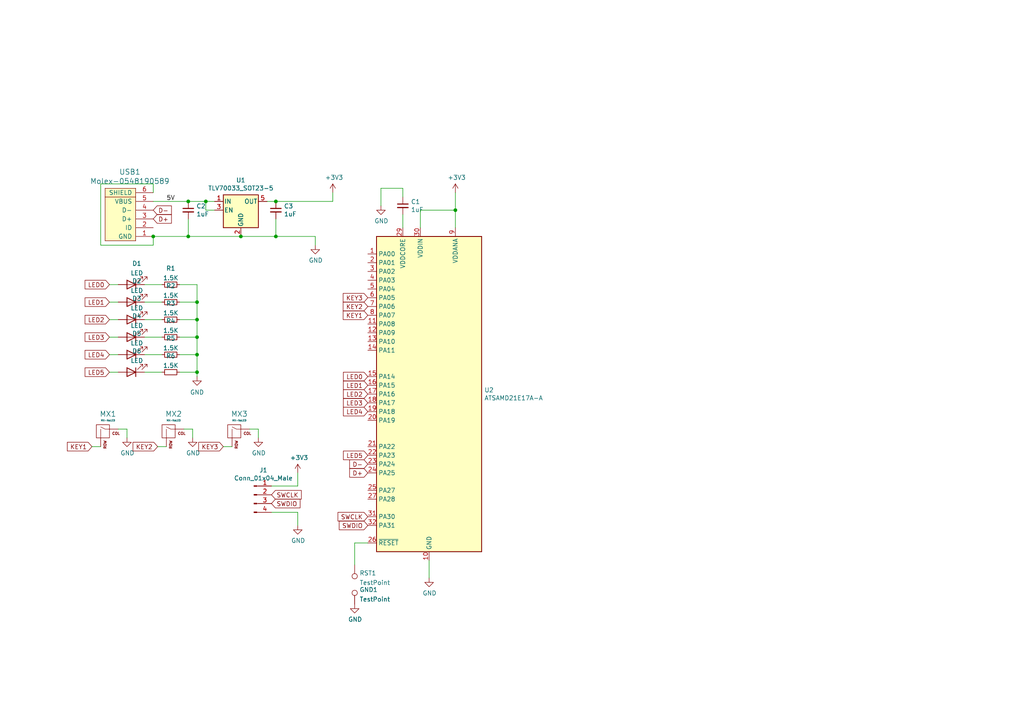
<source format=kicad_sch>
(kicad_sch (version 20210621) (generator eeschema)
  (paper "A4")
  (lib_symbols
    (symbol "Connector:Conn_01x04_Male" (pin_names (offset 1.016) hide)
      (property "Reference" "J" (at 0 5.08 0))
      (property "Value" "Conn_01x04_Male" (at 0 -7.62 0))
      (symbol "Conn_01x04_Male_1_1"
        (polyline (pts (xy 1.27 -5.08) (xy 0.8636 -5.08)) (stroke (width 0.1524)))
        (polyline (pts (xy 1.27 -2.54) (xy 0.8636 -2.54)) (stroke (width 0.1524)))
        (polyline (pts (xy 1.27 0) (xy 0.8636 0)) (stroke (width 0.1524)))
        (polyline (pts (xy 1.27 2.54) (xy 0.8636 2.54)) (stroke (width 0.1524)))
        (rectangle (start 0.8636 -4.953) (end 0 -5.207) (stroke (width 0.1524)) (fill (type outline)))
        (rectangle (start 0.8636 -2.413) (end 0 -2.667) (stroke (width 0.1524)) (fill (type outline)))
        (rectangle (start 0.8636 0.127) (end 0 -0.127) (stroke (width 0.1524)) (fill (type outline)))
        (rectangle (start 0.8636 2.667) (end 0 2.413) (stroke (width 0.1524)) (fill (type outline)))
        (pin passive line (at 5.08 2.54 180) (length 3.81) (name "Pin_1") (number "1"))
        (pin passive line (at 5.08 0 180) (length 3.81) (name "Pin_2") (number "2"))
        (pin passive line (at 5.08 -2.54 180) (length 3.81) (name "Pin_3") (number "3"))
        (pin passive line (at 5.08 -5.08 180) (length 3.81) (name "Pin_4") (number "4"))
      )
    )
    (symbol "Connector:TestPoint" (pin_numbers hide) (pin_names (offset 0.762) hide)
      (property "Reference" "TP" (at 0 6.858 0))
      (property "Value" "TestPoint" (at 0 5.08 0))
      (symbol "TestPoint_0_1"
        (circle (center 0 3.302) (radius 0.762))
      )
      (symbol "TestPoint_1_1"
        (pin passive line (at 0 0 90) (length 2.54) (name "1") (number "1"))
      )
    )
    (symbol "Device:C_Small" (pin_numbers hide) (pin_names (offset 0.254) hide)
      (property "Reference" "C" (at 0.254 1.778 0))
      (property "Value" "C_Small" (at 0.254 -2.032 0))
      (symbol "C_Small_0_1"
        (polyline (pts (xy -1.524 -0.508) (xy 1.524 -0.508)) (stroke (width 0.3302)))
        (polyline (pts (xy -1.524 0.508) (xy 1.524 0.508)) (stroke (width 0.3048)))
      )
      (symbol "C_Small_1_1"
        (pin passive line (at 0 2.54 270) (length 2.032) (name "~") (number "1"))
        (pin passive line (at 0 -2.54 90) (length 2.032) (name "~") (number "2"))
      )
    )
    (symbol "Device:LED" (pin_numbers hide) (pin_names (offset 1.016) hide)
      (property "Reference" "D" (at 0 2.54 0))
      (property "Value" "LED" (at 0 -2.54 0))
      (symbol "LED_0_1"
        (polyline (pts (xy -1.27 -1.27) (xy -1.27 1.27)) (stroke (width 0.254)))
        (polyline (pts (xy -1.27 0) (xy 1.27 0)))
        (polyline (pts (xy 1.27 -1.27) (xy 1.27 1.27) (xy -1.27 0) (xy 1.27 -1.27)) (stroke (width 0.254)))
        (polyline (pts (xy -3.048 -0.762) (xy -4.572 -2.286) (xy -3.81 -2.286) (xy -4.572 -2.286) (xy -4.572 -1.524)))
        (polyline (pts (xy -1.778 -0.762) (xy -3.302 -2.286) (xy -2.54 -2.286) (xy -3.302 -2.286) (xy -3.302 -1.524)))
      )
      (symbol "LED_1_1"
        (pin passive line (at -3.81 0 0) (length 2.54) (name "K") (number "1"))
        (pin passive line (at 3.81 0 180) (length 2.54) (name "A") (number "2"))
      )
    )
    (symbol "Device:R_Small" (pin_numbers hide) (pin_names (offset 0.254) hide)
      (property "Reference" "R" (at 0.762 0.508 0))
      (property "Value" "R_Small" (at 0.762 -1.016 0))
      (symbol "R_Small_0_1"
        (rectangle (start -0.762 1.778) (end 0.762 -1.778) (stroke (width 0.2032)))
      )
      (symbol "R_Small_1_1"
        (pin passive line (at 0 2.54 270) (length 0.762) (name "~") (number "1"))
        (pin passive line (at 0 -2.54 90) (length 0.762) (name "~") (number "2"))
      )
    )
    (symbol "MCU_Microchip_SAMD:ATSAMD21E17A-A"
      (property "Reference" "U" (at -13.97 46.99 0))
      (property "Value" "ATSAMD21E17A-A" (at 16.51 46.99 0))
      (symbol "ATSAMD21E17A-A_1_1"
        (rectangle (start -15.24 45.72) (end 15.24 -45.72) (stroke (width 0.254)) (fill (type background)))
        (pin bidirectional line (at -17.78 40.64 0) (length 2.54) (name "PA00") (number "1"))
        (pin power_in line (at 0 -48.26 90) (length 2.54) (name "GND") (number "10"))
        (pin bidirectional line (at -17.78 20.32 0) (length 2.54) (name "PA08") (number "11"))
        (pin bidirectional line (at -17.78 17.78 0) (length 2.54) (name "PA09") (number "12"))
        (pin bidirectional line (at -17.78 15.24 0) (length 2.54) (name "PA10") (number "13"))
        (pin bidirectional line (at -17.78 12.7 0) (length 2.54) (name "PA11") (number "14"))
        (pin bidirectional line (at -17.78 5.08 0) (length 2.54) (name "PA14") (number "15"))
        (pin bidirectional line (at -17.78 2.54 0) (length 2.54) (name "PA15") (number "16"))
        (pin bidirectional line (at -17.78 0 0) (length 2.54) (name "PA16") (number "17"))
        (pin bidirectional line (at -17.78 -2.54 0) (length 2.54) (name "PA17") (number "18"))
        (pin bidirectional line (at -17.78 -5.08 0) (length 2.54) (name "PA18") (number "19"))
        (pin bidirectional line (at -17.78 38.1 0) (length 2.54) (name "PA01") (number "2"))
        (pin bidirectional line (at -17.78 -7.62 0) (length 2.54) (name "PA19") (number "20"))
        (pin bidirectional line (at -17.78 -15.24 0) (length 2.54) (name "PA22") (number "21"))
        (pin bidirectional line (at -17.78 -17.78 0) (length 2.54) (name "PA23") (number "22"))
        (pin bidirectional line (at -17.78 -20.32 0) (length 2.54) (name "PA24") (number "23"))
        (pin bidirectional line (at -17.78 -22.86 0) (length 2.54) (name "PA25") (number "24"))
        (pin bidirectional line (at -17.78 -27.94 0) (length 2.54) (name "PA27") (number "25"))
        (pin input line (at -17.78 -43.18 0) (length 2.54) (name "~{RESET}") (number "26"))
        (pin bidirectional line (at -17.78 -30.48 0) (length 2.54) (name "PA28") (number "27"))
        (pin passive line (at 0 -48.26 90) (length 2.54) hide (name "GND") (number "28"))
        (pin power_out line (at -7.62 48.26 270) (length 2.54) (name "VDDCORE") (number "29"))
        (pin bidirectional line (at -17.78 35.56 0) (length 2.54) (name "PA02") (number "3"))
        (pin power_in line (at -2.54 48.26 270) (length 2.54) (name "VDDIN") (number "30"))
        (pin bidirectional line (at -17.78 -35.56 0) (length 2.54) (name "PA30") (number "31"))
        (pin bidirectional line (at -17.78 -38.1 0) (length 2.54) (name "PA31") (number "32"))
        (pin bidirectional line (at -17.78 33.02 0) (length 2.54) (name "PA03") (number "4"))
        (pin bidirectional line (at -17.78 30.48 0) (length 2.54) (name "PA04") (number "5"))
        (pin bidirectional line (at -17.78 27.94 0) (length 2.54) (name "PA05") (number "6"))
        (pin bidirectional line (at -17.78 25.4 0) (length 2.54) (name "PA06") (number "7"))
        (pin bidirectional line (at -17.78 22.86 0) (length 2.54) (name "PA07") (number "8"))
        (pin power_in line (at 7.62 48.26 270) (length 2.54) (name "VDDANA") (number "9"))
      )
    )
    (symbol "MX_Alps_Hybrid:MX-NoLED" (pin_names (offset 1.016))
      (property "Reference" "MX" (at -0.635 3.81 0))
      (property "Value" "MX-NoLED" (at -0.635 1.27 0))
      (symbol "MX-NoLED_0_0"
        (rectangle (start -2.54 2.54) (end 1.27 -1.27))
        (polyline (pts (xy -1.27 -1.27) (xy -1.27 1.27)) (stroke (width 0.127)))
        (polyline (pts (xy 1.27 1.27) (xy 0 1.27) (xy -1.27 1.905)) (stroke (width 0.127)))
        (text "COL" (at 3.175 0 0) (effects (font (size 0.762 0.762))))
        (text "ROW" (at 0 -1.905 900) (effects (font (size 0.762 0.762)) (justify right)))
      )
      (symbol "MX-NoLED_1_1"
        (pin passive line (at 3.81 1.27 180) (length 2.54) (name "COL") (number "1"))
        (pin passive line (at -1.27 -3.81 90) (length 2.54) (name "ROW") (number "2"))
      )
    )
    (symbol "Regulator_Linear:TLV70033_SOT23-5" (pin_names (offset 0.254))
      (property "Reference" "U" (at -3.81 5.715 0))
      (property "Value" "TLV70033_SOT23-5" (at 0 5.715 0))
      (symbol "TLV70033_SOT23-5_0_1"
        (rectangle (start -5.08 4.445) (end 5.08 -5.08) (stroke (width 0.254)) (fill (type background)))
      )
      (symbol "TLV70033_SOT23-5_1_1"
        (pin power_in line (at -7.62 2.54 0) (length 2.54) (name "IN") (number "1"))
        (pin power_in line (at 0 -7.62 90) (length 2.54) (name "GND") (number "2"))
        (pin input line (at -7.62 0 0) (length 2.54) (name "EN") (number "3"))
        (pin no_connect line (at 5.08 0 180) (length 2.54) hide (name "NC") (number "4"))
        (pin power_out line (at 7.62 2.54 180) (length 2.54) (name "OUT") (number "5"))
      )
    )
    (symbol "power:+3V3" (power) (pin_names (offset 0))
      (property "Value" "+3V3" (at 0 3.556 0))
      (symbol "+3V3_0_1"
        (polyline (pts (xy -0.762 1.27) (xy 0 2.54)))
        (polyline (pts (xy 0 0) (xy 0 2.54)))
        (polyline (pts (xy 0 2.54) (xy 0.762 1.27)))
      )
      (symbol "+3V3_1_1"
        (pin power_in line (at 0 0 90) (length 0) hide (name "+3V3") (number "1"))
      )
    )
    (symbol "power:GND" (power) (pin_names (offset 0))
      (property "Value" "GND" (at 0 -3.81 0))
      (symbol "GND_0_1"
        (polyline (pts (xy 0 0) (xy 0 -1.27) (xy 1.27 -1.27) (xy 0 -2.54) (xy -1.27 -1.27) (xy 0 -1.27)))
      )
      (symbol "GND_1_1"
        (pin power_in line (at 0 0 270) (length 0) hide (name "GND") (number "1"))
      )
    )
    (symbol "random-keyboard-parts:Molex-0548190589" (pin_names (offset 1.016))
      (property "Reference" "USB" (at 0 7.62 0))
      (property "Value" "Molex-0548190589" (at 0 10.16 0))
      (symbol "Molex-0548190589_0_0"
        (polyline (pts (xy 6.35 -2.54) (xy 6.35 6.35)))
        (rectangle (start 8.89 -2.54) (end -6.35 6.35) (fill (type background)))
      )
      (symbol "Molex-0548190589_1_1"
        (pin input line (at -5.08 -7.62 90) (length 5.08) (name "GND") (number "1"))
        (pin input line (at -2.54 -7.62 90) (length 5.08) (name "ID") (number "2"))
        (pin input line (at 0 -7.62 90) (length 5.08) (name "D+") (number "3"))
        (pin input line (at 2.54 -7.62 90) (length 5.08) (name "D-") (number "4"))
        (pin input line (at 5.08 -7.62 90) (length 5.08) (name "VBUS") (number "5"))
        (pin input line (at 7.62 -7.62 90) (length 5.08) (name "SHIELD") (number "6"))
      )
    )
  )
  (junction (at 44.45 68.58))
  (junction (at 132.08 60.96))
  (junction (at 57.15 102.87))
  (junction (at 54.61 58.42))
  (junction (at 57.15 92.71))
  (junction (at 57.15 97.79))
  (junction (at 59.69 58.42))
  (junction (at 69.85 68.58))
  (junction (at 57.15 87.63))
  (junction (at 80.01 58.42))
  (junction (at 57.15 107.95))
  (junction (at 80.01 68.58))
  (junction (at 54.61 68.58))
  (wire (pts (xy 31.75 87.63) (xy 34.29 87.63)))
  (wire (pts (xy 80.01 58.42) (xy 96.52 58.42)))
  (wire (pts (xy 59.69 58.42) (xy 62.23 58.42)))
  (wire (pts (xy 41.91 92.71) (xy 46.99 92.71)))
  (wire (pts (xy 116.84 57.15) (xy 116.84 54.61)))
  (wire (pts (xy 57.15 107.95) (xy 57.15 109.22)))
  (wire (pts (xy 57.15 102.87) (xy 57.15 107.95)))
  (wire (pts (xy 57.15 97.79) (xy 57.15 102.87)))
  (wire (pts (xy 57.15 87.63) (xy 57.15 92.71)))
  (wire (pts (xy 57.15 92.71) (xy 57.15 97.79)))
  (wire (pts (xy 57.15 82.55) (xy 57.15 87.63)))
  (wire (pts (xy 102.87 157.48) (xy 106.68 157.48)))
  (wire (pts (xy 74.93 124.46) (xy 74.93 127)))
  (wire (pts (xy 96.52 58.42) (xy 96.52 55.88)))
  (wire (pts (xy 121.92 66.04) (xy 121.92 60.96)))
  (wire (pts (xy 36.83 124.46) (xy 36.83 127)))
  (wire (pts (xy 74.93 124.46) (xy 72.39 124.46)))
  (wire (pts (xy 78.74 148.59) (xy 86.36 148.59)))
  (wire (pts (xy 59.69 60.96) (xy 62.23 60.96)))
  (wire (pts (xy 52.07 97.79) (xy 57.15 97.79)))
  (wire (pts (xy 44.45 68.58) (xy 54.61 68.58)))
  (wire (pts (xy 29.21 53.34) (xy 29.21 71.12)))
  (wire (pts (xy 54.61 58.42) (xy 59.69 58.42)))
  (wire (pts (xy 31.75 97.79) (xy 34.29 97.79)))
  (wire (pts (xy 54.61 68.58) (xy 69.85 68.58)))
  (wire (pts (xy 55.88 124.46) (xy 55.88 127)))
  (wire (pts (xy 41.91 82.55) (xy 46.99 82.55)))
  (wire (pts (xy 41.91 97.79) (xy 46.99 97.79)))
  (wire (pts (xy 44.45 55.88) (xy 44.45 53.34)))
  (wire (pts (xy 67.31 129.54) (xy 64.77 129.54)))
  (wire (pts (xy 36.83 124.46) (xy 34.29 124.46)))
  (wire (pts (xy 102.87 157.48) (xy 102.87 163.83)))
  (wire (pts (xy 116.84 54.61) (xy 110.49 54.61)))
  (wire (pts (xy 69.85 68.58) (xy 80.01 68.58)))
  (wire (pts (xy 54.61 63.5) (xy 54.61 68.58)))
  (wire (pts (xy 44.45 58.42) (xy 54.61 58.42)))
  (wire (pts (xy 86.36 140.97) (xy 78.74 140.97)))
  (wire (pts (xy 41.91 87.63) (xy 46.99 87.63)))
  (wire (pts (xy 29.21 71.12) (xy 44.45 71.12)))
  (wire (pts (xy 44.45 71.12) (xy 44.45 68.58)))
  (wire (pts (xy 91.44 68.58) (xy 91.44 71.12)))
  (wire (pts (xy 121.92 60.96) (xy 132.08 60.96)))
  (wire (pts (xy 31.75 92.71) (xy 34.29 92.71)))
  (wire (pts (xy 52.07 92.71) (xy 57.15 92.71)))
  (wire (pts (xy 80.01 63.5) (xy 80.01 68.58)))
  (wire (pts (xy 77.47 58.42) (xy 80.01 58.42)))
  (wire (pts (xy 86.36 137.16) (xy 86.36 140.97)))
  (wire (pts (xy 41.91 102.87) (xy 46.99 102.87)))
  (wire (pts (xy 80.01 68.58) (xy 91.44 68.58)))
  (wire (pts (xy 52.07 107.95) (xy 57.15 107.95)))
  (wire (pts (xy 52.07 87.63) (xy 57.15 87.63)))
  (wire (pts (xy 124.46 162.56) (xy 124.46 167.64)))
  (wire (pts (xy 59.69 58.42) (xy 59.69 60.96)))
  (wire (pts (xy 31.75 102.87) (xy 34.29 102.87)))
  (wire (pts (xy 132.08 60.96) (xy 132.08 66.04)))
  (wire (pts (xy 132.08 55.88) (xy 132.08 60.96)))
  (wire (pts (xy 116.84 62.23) (xy 116.84 66.04)))
  (wire (pts (xy 55.88 124.46) (xy 53.34 124.46)))
  (wire (pts (xy 31.75 82.55) (xy 34.29 82.55)))
  (wire (pts (xy 29.21 129.54) (xy 26.67 129.54)))
  (wire (pts (xy 110.49 54.61) (xy 110.49 59.69)))
  (wire (pts (xy 48.26 129.54) (xy 45.72 129.54)))
  (wire (pts (xy 44.45 53.34) (xy 29.21 53.34)))
  (wire (pts (xy 52.07 102.87) (xy 57.15 102.87)))
  (wire (pts (xy 52.07 82.55) (xy 57.15 82.55)))
  (wire (pts (xy 31.75 107.95) (xy 34.29 107.95)))
  (wire (pts (xy 41.91 107.95) (xy 46.99 107.95)))
  (wire (pts (xy 86.36 148.59) (xy 86.36 152.4)))
  (label "5V" (at 48.26 58.42 0))
  (global_label "SWDIO" (shape input) (at 106.68 152.4 180) (property "Intersheet References" "${INTERSHEET_REFS}" (effects hide)))
  (global_label "LED4" (shape input) (at 31.75 102.87 180) (property "Intersheet References" "${INTERSHEET_REFS}" (effects hide)))
  (global_label "LED0" (shape input) (at 106.68 109.22 180) (property "Intersheet References" "${INTERSHEET_REFS}" (effects hide)))
  (global_label "D-" (shape input) (at 44.45 60.96 0) (property "Intersheet References" "${INTERSHEET_REFS}" (effects hide)))
  (global_label "LED4" (shape input) (at 106.68 119.38 180) (property "Intersheet References" "${INTERSHEET_REFS}" (effects hide)))
  (global_label "KEY3" (shape input) (at 106.68 86.36 180) (property "Intersheet References" "${INTERSHEET_REFS}" (effects hide)))
  (global_label "LED2" (shape input) (at 106.68 114.3 180) (property "Intersheet References" "${INTERSHEET_REFS}" (effects hide)))
  (global_label "LED1" (shape input) (at 106.68 111.76 180) (property "Intersheet References" "${INTERSHEET_REFS}" (effects hide)))
  (global_label "LED2" (shape input) (at 31.75 92.71 180) (property "Intersheet References" "${INTERSHEET_REFS}" (effects hide)))
  (global_label "KEY2" (shape input) (at 45.72 129.54 180) (property "Intersheet References" "${INTERSHEET_REFS}" (effects hide)))
  (global_label "LED0" (shape input) (at 31.75 82.55 180) (property "Intersheet References" "${INTERSHEET_REFS}" (effects hide)))
  (global_label "SWCLK" (shape input) (at 106.68 149.86 180) (property "Intersheet References" "${INTERSHEET_REFS}" (effects hide)))
  (global_label "LED5" (shape input) (at 106.68 132.08 180) (property "Intersheet References" "${INTERSHEET_REFS}" (effects hide)))
  (global_label "SWDIO" (shape input) (at 78.74 146.05 0) (property "Intersheet References" "${INTERSHEET_REFS}" (effects hide)))
  (global_label "KEY1" (shape input) (at 26.67 129.54 180) (property "Intersheet References" "${INTERSHEET_REFS}" (effects hide)))
  (global_label "D-" (shape input) (at 106.68 134.62 180) (property "Intersheet References" "${INTERSHEET_REFS}" (effects hide)))
  (global_label "LED3" (shape input) (at 106.68 116.84 180) (property "Intersheet References" "${INTERSHEET_REFS}" (effects hide)))
  (global_label "KEY1" (shape input) (at 106.68 91.44 180) (property "Intersheet References" "${INTERSHEET_REFS}" (effects hide)))
  (global_label "LED5" (shape input) (at 31.75 107.95 180) (property "Intersheet References" "${INTERSHEET_REFS}" (effects hide)))
  (global_label "LED1" (shape input) (at 31.75 87.63 180) (property "Intersheet References" "${INTERSHEET_REFS}" (effects hide)))
  (global_label "KEY2" (shape input) (at 106.68 88.9 180) (property "Intersheet References" "${INTERSHEET_REFS}" (effects hide)))
  (global_label "D+" (shape input) (at 44.45 63.5 0) (property "Intersheet References" "${INTERSHEET_REFS}" (effects hide)))
  (global_label "SWCLK" (shape input) (at 78.74 143.51 0) (property "Intersheet References" "${INTERSHEET_REFS}" (effects hide)))
  (global_label "D+" (shape input) (at 106.68 137.16 180) (property "Intersheet References" "${INTERSHEET_REFS}" (effects hide)))
  (global_label "KEY3" (shape input) (at 64.77 129.54 180) (property "Intersheet References" "${INTERSHEET_REFS}" (effects hide)))
  (global_label "LED3" (shape input) (at 31.75 97.79 180) (property "Intersheet References" "${INTERSHEET_REFS}" (effects hide)))
  (symbol (lib_id "MCU_Microchip_SAMD:ATSAMD21E17A-A") (at 124.46 114.3 0) (unit 1)
    (property "Reference" "U2" (at 140.462 113.1316 0) (effects (justify left)))
    (property "Value" "ATSAMD21E17A-A" (at 140.462 115.443 0) (effects (justify left)))
    (property "Footprint" "Package_QFP:TQFP-32_7x7mm_P0.8mm" (effects hide))
    (property "Datasheet" "http://ww1.microchip.com/downloads/en/DeviceDoc/SAM_D21_DA1_Family_Data%20Sheet_DS40001882E.pdf" (effects hide))
  )
  (symbol (lib_id "random-keyboard-parts:Molex-0548190589") (at 36.83 63.5 90) (unit 1)
    (property "Reference" "USB1" (at 37.6682 49.8602 90) (effects (font (size 1.524 1.524))))
    (property "Value" "Molex-0548190589" (at 37.6682 52.5526 90) (effects (font (size 1.524 1.524))))
    (property "Footprint" "random_parts2:Molex-0548190589" (effects hide))
  )
  (symbol (lib_id "Connector:Conn_01x04_Male") (at 73.66 143.51 0) (unit 1)
    (property "Reference" "J1" (at 76.4032 136.3726 0))
    (property "Value" "Conn_01x04_Male" (at 76.4032 138.684 0))
    (property "Footprint" "Connector_PinSocket_2.54mm:PinSocket_1x04_P2.54mm_Vertical" (effects hide))
  )
  (symbol (lib_id "power:+3V3") (at 86.36 137.16 0) (unit 1)
    (property "Reference" "#PWR0111" (effects hide))
    (property "Value" "+3V3" (at 86.741 132.7658 0))
  )
  (symbol (lib_id "power:GND") (at 86.36 152.4 0) (unit 1)
    (property "Reference" "#PWR0112" (effects hide))
    (property "Value" "GND" (at 86.487 156.7942 0))
  )
  (symbol (lib_id "Regulator_Linear:TLV70033_SOT23-5") (at 69.85 60.96 0) (unit 1)
    (property "Reference" "U1" (at 69.85 52.2732 0))
    (property "Value" "TLV70033_SOT23-5" (at 69.85 54.5846 0))
    (property "Footprint" "Package_TO_SOT_SMD:SOT-23-5" (effects hide))
    (property "Datasheet" "http://www.ti.com/lit/ds/symlink/tlv700.pdf" (effects hide))
  )
  (symbol (lib_id "Device:C_Small") (at 54.61 60.96 0) (unit 1)
    (property "Reference" "C2" (at 56.9468 59.7916 0) (effects (justify left)))
    (property "Value" "1uF" (at 56.9468 62.103 0) (effects (justify left)))
    (property "Footprint" "Capacitor_SMD:C_0805_2012Metric" (effects hide))
  )
  (symbol (lib_id "power:GND") (at 36.83 127 0) (unit 1)
    (property "Reference" "#PWR0109" (effects hide))
    (property "Value" "GND" (at 36.957 131.3942 0))
  )
  (symbol (lib_id "power:GND") (at 55.88 127 0) (unit 1)
    (property "Reference" "#PWR0108" (effects hide))
    (property "Value" "GND" (at 56.007 131.3942 0))
  )
  (symbol (lib_id "power:GND") (at 74.93 127 0) (unit 1)
    (property "Reference" "#PWR0113" (effects hide))
    (property "Value" "GND" (at 75.057 131.3942 0))
  )
  (symbol (lib_id "Device:C_Small") (at 80.01 60.96 0) (unit 1)
    (property "Reference" "C3" (at 82.3468 59.7916 0) (effects (justify left)))
    (property "Value" "1uF" (at 82.3468 62.103 0) (effects (justify left)))
    (property "Footprint" "Capacitor_SMD:C_0805_2012Metric" (effects hide))
  )
  (symbol (lib_id "power:+3V3") (at 96.52 55.88 0) (unit 1)
    (property "Reference" "#PWR0101" (effects hide))
    (property "Value" "+3V3" (at 96.901 51.4858 0))
  )
  (symbol (lib_id "power:GND") (at 91.44 71.12 0) (unit 1)
    (property "Reference" "#PWR0102" (effects hide))
    (property "Value" "GND" (at 91.567 75.5142 0))
  )
  (symbol (lib_id "power:+3V3") (at 132.08 55.88 0) (unit 1)
    (property "Reference" "#PWR0103" (effects hide))
    (property "Value" "+3V3" (at 132.461 51.4858 0))
  )
  (symbol (lib_id "Device:C_Small") (at 116.84 59.69 0) (unit 1)
    (property "Reference" "C1" (at 119.1768 58.5216 0) (effects (justify left)))
    (property "Value" "1uF" (at 119.1768 60.833 0) (effects (justify left)))
    (property "Footprint" "Capacitor_SMD:C_0805_2012Metric" (effects hide))
  )
  (symbol (lib_id "power:GND") (at 110.49 59.69 0) (unit 1)
    (property "Reference" "#PWR0104" (effects hide))
    (property "Value" "GND" (at 110.617 64.0842 0))
  )
  (symbol (lib_id "power:GND") (at 124.46 167.64 0) (unit 1)
    (property "Reference" "#PWR0105" (effects hide))
    (property "Value" "GND" (at 124.587 172.0342 0))
  )
  (symbol (lib_id "power:GND") (at 102.87 175.26 0) (unit 1)
    (property "Reference" "#PWR0106" (effects hide))
    (property "Value" "GND" (at 102.997 179.6542 0))
  )
  (symbol (lib_id "MX_Alps_Hybrid:MX-NoLED") (at 30.48 125.73 0) (unit 1)
    (property "Reference" "MX1" (at 31.3182 120.0658 0) (effects (font (size 1.524 1.524))))
    (property "Value" "MX-NoLED" (at 31.3182 121.9454 0) (effects (font (size 0.508 0.508))))
    (property "Footprint" "MX_Alps_Hybrid:MX-1U-NoLED" (effects hide))
  )
  (symbol (lib_id "MX_Alps_Hybrid:MX-NoLED") (at 68.58 125.73 0) (unit 1)
    (property "Reference" "MX3" (at 69.4182 120.0658 0) (effects (font (size 1.524 1.524))))
    (property "Value" "MX-NoLED" (at 69.4182 121.9454 0) (effects (font (size 0.508 0.508))))
    (property "Footprint" "MX_Alps_Hybrid:MX-1U-NoLED" (effects hide))
  )
  (symbol (lib_id "MX_Alps_Hybrid:MX-NoLED") (at 49.53 125.73 0) (unit 1)
    (property "Reference" "MX2" (at 50.3682 120.0658 0) (effects (font (size 1.524 1.524))))
    (property "Value" "MX-NoLED" (at 50.3682 121.9454 0) (effects (font (size 0.508 0.508))))
    (property "Footprint" "MX_Alps_Hybrid:MX-1U-NoLED" (effects hide))
  )
  (symbol (lib_id "Device:LED") (at 38.1 82.55 180) (unit 1)
    (property "Reference" "D1" (at 39.6875 76.4245 0))
    (property "Value" "LED" (at 39.6875 79.1996 0))
    (property "Footprint" "LED_SMD:LED_0805_2012Metric_Castellated" (effects hide))
  )
  (symbol (lib_id "Device:LED") (at 38.1 87.63 180) (unit 1)
    (property "Reference" "D2" (at 39.6875 81.5045 0))
    (property "Value" "LED" (at 39.6875 84.2796 0))
    (property "Footprint" "LED_SMD:LED_0805_2012Metric_Castellated" (effects hide))
  )
  (symbol (lib_id "Device:R_Small") (at 49.53 102.87 90) (unit 1)
    (property "Reference" "R5" (at 49.53 98.1669 90))
    (property "Value" "1.5K" (at 49.53 100.942 90))
    (property "Footprint" "Resistor_SMD:R_0805_2012Metric_Pad1.20x1.40mm_HandSolder" (effects hide))
  )
  (symbol (lib_id "Device:R_Small") (at 49.53 107.95 90) (unit 1)
    (property "Reference" "R6" (at 49.53 103.2469 90))
    (property "Value" "1.5K" (at 49.53 106.022 90))
    (property "Footprint" "Resistor_SMD:R_0805_2012Metric_Pad1.20x1.40mm_HandSolder" (effects hide))
  )
  (symbol (lib_id "Device:R_Small") (at 49.53 92.71 90) (unit 1)
    (property "Reference" "R3" (at 49.53 88.0069 90))
    (property "Value" "1.5K" (at 49.53 90.782 90))
    (property "Footprint" "Resistor_SMD:R_0805_2012Metric_Pad1.20x1.40mm_HandSolder" (effects hide))
  )
  (symbol (lib_id "power:GND") (at 57.15 109.22 0) (unit 1)
    (property "Reference" "#PWR01" (effects hide))
    (property "Value" "GND" (at 57.15 113.7825 0))
  )
  (symbol (lib_id "Device:LED") (at 38.1 107.95 180) (unit 1)
    (property "Reference" "D6" (at 39.6875 101.8245 0))
    (property "Value" "LED" (at 39.6875 104.5996 0))
    (property "Footprint" "LED_SMD:LED_0805_2012Metric_Castellated" (effects hide))
  )
  (symbol (lib_id "Connector:TestPoint") (at 102.87 175.26 0) (unit 1)
    (property "Reference" "GND1" (at 104.267 171.0495 0) (effects (justify left)))
    (property "Value" "TestPoint" (at 104.267 173.8246 0) (effects (justify left)))
    (property "Footprint" "TestPoint:TestPoint_Pad_1.0x1.0mm" (effects hide))
  )
  (symbol (lib_id "Device:LED") (at 38.1 97.79 180) (unit 1)
    (property "Reference" "D4" (at 39.6875 91.6645 0))
    (property "Value" "LED" (at 39.6875 94.4396 0))
    (property "Footprint" "LED_SMD:LED_0805_2012Metric_Castellated" (effects hide))
  )
  (symbol (lib_id "Device:R_Small") (at 49.53 87.63 90) (unit 1)
    (property "Reference" "R2" (at 49.53 82.9269 90))
    (property "Value" "1.5K" (at 49.53 85.702 90))
    (property "Footprint" "Resistor_SMD:R_0805_2012Metric_Pad1.20x1.40mm_HandSolder" (effects hide))
  )
  (symbol (lib_id "Device:R_Small") (at 49.53 97.79 90) (unit 1)
    (property "Reference" "R4" (at 49.53 93.0869 90))
    (property "Value" "1.5K" (at 49.53 95.862 90))
    (property "Footprint" "Resistor_SMD:R_0805_2012Metric_Pad1.20x1.40mm_HandSolder" (effects hide))
  )
  (symbol (lib_id "Device:LED") (at 38.1 102.87 180) (unit 1)
    (property "Reference" "D5" (at 39.6875 96.7445 0))
    (property "Value" "LED" (at 39.6875 99.5196 0))
    (property "Footprint" "LED_SMD:LED_0805_2012Metric_Castellated" (effects hide))
  )
  (symbol (lib_id "Connector:TestPoint") (at 102.87 163.83 180) (unit 1)
    (property "Reference" "RST1" (at 104.267 166.2235 0) (effects (justify right)))
    (property "Value" "TestPoint" (at 104.267 168.9986 0) (effects (justify right)))
    (property "Footprint" "TestPoint:TestPoint_Pad_1.0x1.0mm" (effects hide))
  )
  (symbol (lib_id "Device:R_Small") (at 49.53 82.55 90) (unit 1)
    (property "Reference" "R1" (at 49.53 77.8469 90))
    (property "Value" "1.5K" (at 49.53 80.622 90))
    (property "Footprint" "Resistor_SMD:R_0805_2012Metric_Pad1.20x1.40mm_HandSolder" (effects hide))
  )
  (symbol (lib_id "Device:LED") (at 38.1 92.71 180) (unit 1)
    (property "Reference" "D3" (at 39.6875 86.5845 0))
    (property "Value" "LED" (at 39.6875 89.3596 0))
    (property "Footprint" "LED_SMD:LED_0805_2012Metric_Castellated" (effects hide))
  )
)
</source>
